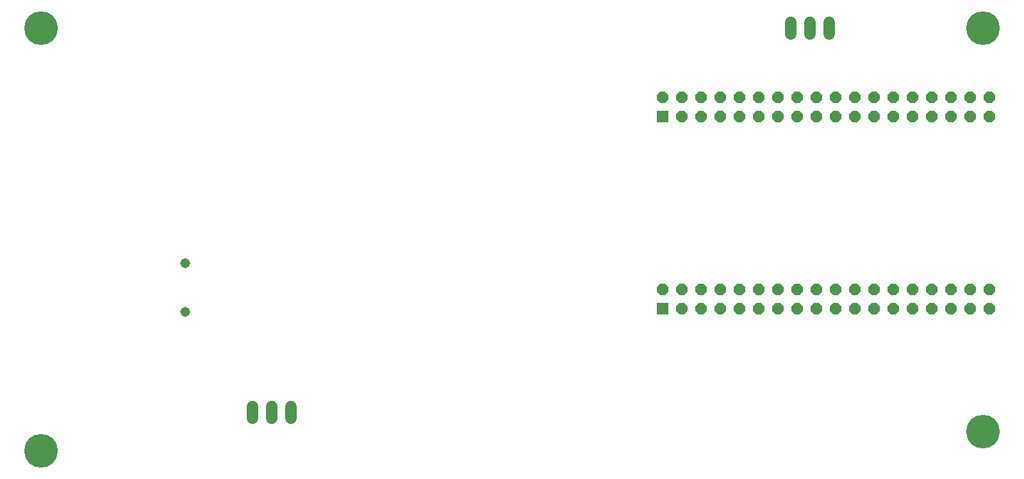
<source format=gbr>
G04 EAGLE Gerber RS-274X export*
G75*
%MOMM*%
%FSLAX34Y34*%
%LPD*%
%INBottom Copper*%
%IPPOS*%
%AMOC8*
5,1,8,0,0,1.08239X$1,22.5*%
G01*
%ADD10C,1.308000*%
%ADD11R,1.524000X1.524000*%
%ADD12P,1.649562X8X22.500000*%
%ADD13C,1.524000*%
%ADD14C,4.445000*%


D10*
X241300Y299200D03*
X241300Y234200D03*
D11*
X871900Y238500D03*
D12*
X871900Y263900D03*
X897300Y238500D03*
X897300Y263900D03*
X922700Y238500D03*
X922700Y263900D03*
X948100Y238500D03*
X948100Y263900D03*
X973500Y238500D03*
X973500Y263900D03*
X998900Y238500D03*
X998900Y263900D03*
X1024300Y238500D03*
X1024300Y263900D03*
X1049700Y238500D03*
X1049700Y263900D03*
X1075100Y238500D03*
X1075100Y263900D03*
X1100500Y238500D03*
X1100500Y263900D03*
X1125900Y238500D03*
X1125900Y263900D03*
X1151300Y238500D03*
X1151300Y263900D03*
X1176700Y238500D03*
X1176700Y263900D03*
X1202100Y238500D03*
X1202100Y263900D03*
X1227500Y238500D03*
X1227500Y263900D03*
X1252900Y238500D03*
X1252900Y263900D03*
X1278300Y238500D03*
X1278300Y263900D03*
X1303700Y238500D03*
X1303700Y263900D03*
D11*
X871900Y492500D03*
D12*
X871900Y517900D03*
X897300Y492500D03*
X897300Y517900D03*
X922700Y492500D03*
X922700Y517900D03*
X948100Y492500D03*
X948100Y517900D03*
X973500Y492500D03*
X973500Y517900D03*
X998900Y492500D03*
X998900Y517900D03*
X1024300Y492500D03*
X1024300Y517900D03*
X1049700Y492500D03*
X1049700Y517900D03*
X1075100Y492500D03*
X1075100Y517900D03*
X1100500Y492500D03*
X1100500Y517900D03*
X1125900Y492500D03*
X1125900Y517900D03*
X1151300Y492500D03*
X1151300Y517900D03*
X1176700Y492500D03*
X1176700Y517900D03*
X1202100Y492500D03*
X1202100Y517900D03*
X1227500Y492500D03*
X1227500Y517900D03*
X1252900Y492500D03*
X1252900Y517900D03*
X1278300Y492500D03*
X1278300Y517900D03*
X1303700Y492500D03*
X1303700Y517900D03*
D13*
X1041400Y601980D02*
X1041400Y617220D01*
X1066800Y617220D02*
X1066800Y601980D01*
X1092200Y601980D02*
X1092200Y617220D01*
X330200Y109220D02*
X330200Y93980D01*
X355600Y93980D02*
X355600Y109220D01*
X381000Y109220D02*
X381000Y93980D01*
D14*
X1295400Y76200D03*
X1295400Y609600D03*
X50800Y609600D03*
X50800Y50800D03*
M02*

</source>
